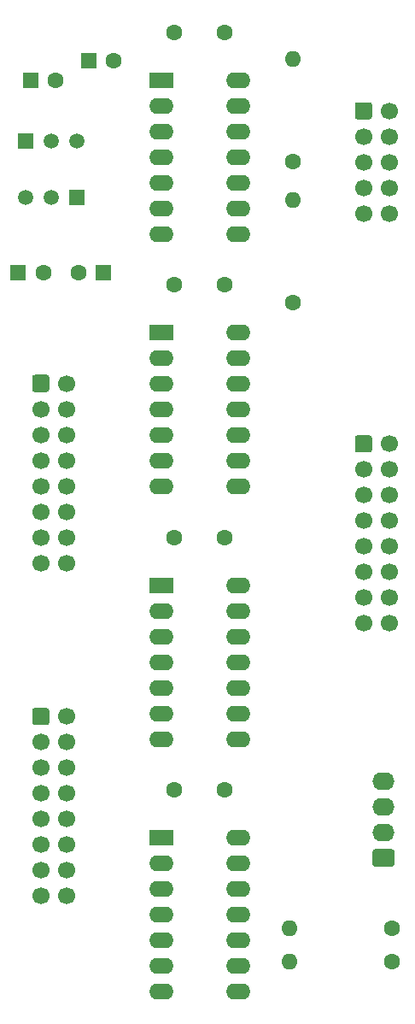
<source format=gbr>
%TF.GenerationSoftware,KiCad,Pcbnew,5.1.10-88a1d61d58~88~ubuntu20.10.1*%
%TF.CreationDate,2021-06-30T17:02:04+02:00*%
%TF.ProjectId,multiplexer-8,6d756c74-6970-46c6-9578-65722d382e6b,v1.0.0*%
%TF.SameCoordinates,Original*%
%TF.FileFunction,Soldermask,Bot*%
%TF.FilePolarity,Negative*%
%FSLAX46Y46*%
G04 Gerber Fmt 4.6, Leading zero omitted, Abs format (unit mm)*
G04 Created by KiCad (PCBNEW 5.1.10-88a1d61d58~88~ubuntu20.10.1) date 2021-06-30 17:02:04*
%MOMM*%
%LPD*%
G01*
G04 APERTURE LIST*
%ADD10R,1.500000X1.500000*%
%ADD11C,1.500000*%
%ADD12O,2.190000X1.740000*%
%ADD13O,1.600000X1.600000*%
%ADD14C,1.600000*%
%ADD15C,1.700000*%
%ADD16R,1.600000X1.600000*%
%ADD17O,2.400000X1.600000*%
%ADD18R,2.400000X1.600000*%
G04 APERTURE END LIST*
D10*
%TO.C,U3*%
X65500000Y-51000000D03*
D11*
X70580000Y-51000000D03*
X68040000Y-51000000D03*
%TD*%
D10*
%TO.C,U2*%
X70625048Y-56549880D03*
D11*
X65545048Y-56549880D03*
X68085048Y-56549880D03*
%TD*%
D12*
%TO.C,J3*%
X101000000Y-114380000D03*
X101000000Y-116920000D03*
X101000000Y-119460000D03*
G36*
G01*
X101845001Y-122870000D02*
X100154999Y-122870000D01*
G75*
G02*
X99905000Y-122620001I0J249999D01*
G01*
X99905000Y-121379999D01*
G75*
G02*
X100154999Y-121130000I249999J0D01*
G01*
X101845001Y-121130000D01*
G75*
G02*
X102095000Y-121379999I0J-249999D01*
G01*
X102095000Y-122620001D01*
G75*
G02*
X101845001Y-122870000I-249999J0D01*
G01*
G37*
%TD*%
D13*
%TO.C,FB2*%
X92000000Y-42840000D03*
D14*
X92000000Y-53000000D03*
%TD*%
D13*
%TO.C,FB1*%
X92000000Y-56840000D03*
D14*
X92000000Y-67000000D03*
%TD*%
D15*
%TO.C,J5*%
X101540000Y-58160000D03*
X101540000Y-55620000D03*
X101540000Y-53080000D03*
X101540000Y-50540000D03*
X101540000Y-48000000D03*
X99000000Y-58160000D03*
X99000000Y-55620000D03*
X99000000Y-53080000D03*
X99000000Y-50540000D03*
G36*
G01*
X98150000Y-48600000D02*
X98150000Y-47400000D01*
G75*
G02*
X98400000Y-47150000I250000J0D01*
G01*
X99600000Y-47150000D01*
G75*
G02*
X99850000Y-47400000I0J-250000D01*
G01*
X99850000Y-48600000D01*
G75*
G02*
X99600000Y-48850000I-250000J0D01*
G01*
X98400000Y-48850000D01*
G75*
G02*
X98150000Y-48600000I0J250000D01*
G01*
G37*
%TD*%
D14*
%TO.C,C5*%
X74250000Y-43000000D03*
D16*
X71750000Y-43000000D03*
%TD*%
D14*
%TO.C,C4*%
X70750000Y-64000000D03*
D16*
X73250000Y-64000000D03*
%TD*%
D14*
%TO.C,C3*%
X68500000Y-45000000D03*
D16*
X66000000Y-45000000D03*
%TD*%
D14*
%TO.C,C2*%
X67250000Y-64000000D03*
D16*
X64750000Y-64000000D03*
%TD*%
D17*
%TO.C,U6*%
X86620000Y-120000000D03*
X79000000Y-135240000D03*
X86620000Y-122540000D03*
X79000000Y-132700000D03*
X86620000Y-125080000D03*
X79000000Y-130160000D03*
X86620000Y-127620000D03*
X79000000Y-127620000D03*
X86620000Y-130160000D03*
X79000000Y-125080000D03*
X86620000Y-132700000D03*
X79000000Y-122540000D03*
X86620000Y-135240000D03*
D18*
X79000000Y-120000000D03*
%TD*%
D17*
%TO.C,U5*%
X86620000Y-95000000D03*
X79000000Y-110240000D03*
X86620000Y-97540000D03*
X79000000Y-107700000D03*
X86620000Y-100080000D03*
X79000000Y-105160000D03*
X86620000Y-102620000D03*
X79000000Y-102620000D03*
X86620000Y-105160000D03*
X79000000Y-100080000D03*
X86620000Y-107700000D03*
X79000000Y-97540000D03*
X86620000Y-110240000D03*
D18*
X79000000Y-95000000D03*
%TD*%
D17*
%TO.C,U4*%
X86620000Y-70000000D03*
X79000000Y-85240000D03*
X86620000Y-72540000D03*
X79000000Y-82700000D03*
X86620000Y-75080000D03*
X79000000Y-80160000D03*
X86620000Y-77620000D03*
X79000000Y-77620000D03*
X86620000Y-80160000D03*
X79000000Y-75080000D03*
X86620000Y-82700000D03*
X79000000Y-72540000D03*
X86620000Y-85240000D03*
D18*
X79000000Y-70000000D03*
%TD*%
D13*
%TO.C,R2*%
X91700000Y-132250000D03*
D14*
X101860000Y-132250000D03*
%TD*%
D13*
%TO.C,R1*%
X91700000Y-129000000D03*
D14*
X101860000Y-129000000D03*
%TD*%
D15*
%TO.C,J4*%
X101540000Y-98780000D03*
X101540000Y-96240000D03*
X101540000Y-93700000D03*
X101540000Y-91160000D03*
X101540000Y-88620000D03*
X101540000Y-86080000D03*
X101540000Y-83540000D03*
X101540000Y-81000000D03*
X99000000Y-98780000D03*
X99000000Y-96240000D03*
X99000000Y-93700000D03*
X99000000Y-91160000D03*
X99000000Y-88620000D03*
X99000000Y-86080000D03*
X99000000Y-83540000D03*
G36*
G01*
X98150000Y-81600000D02*
X98150000Y-80400000D01*
G75*
G02*
X98400000Y-80150000I250000J0D01*
G01*
X99600000Y-80150000D01*
G75*
G02*
X99850000Y-80400000I0J-250000D01*
G01*
X99850000Y-81600000D01*
G75*
G02*
X99600000Y-81850000I-250000J0D01*
G01*
X98400000Y-81850000D01*
G75*
G02*
X98150000Y-81600000I0J250000D01*
G01*
G37*
%TD*%
%TO.C,J2*%
X69540000Y-125780000D03*
X69540000Y-123240000D03*
X69540000Y-120700000D03*
X69540000Y-118160000D03*
X69540000Y-115620000D03*
X69540000Y-113080000D03*
X69540000Y-110540000D03*
X69540000Y-108000000D03*
X67000000Y-125780000D03*
X67000000Y-123240000D03*
X67000000Y-120700000D03*
X67000000Y-118160000D03*
X67000000Y-115620000D03*
X67000000Y-113080000D03*
X67000000Y-110540000D03*
G36*
G01*
X66150000Y-108600000D02*
X66150000Y-107400000D01*
G75*
G02*
X66400000Y-107150000I250000J0D01*
G01*
X67600000Y-107150000D01*
G75*
G02*
X67850000Y-107400000I0J-250000D01*
G01*
X67850000Y-108600000D01*
G75*
G02*
X67600000Y-108850000I-250000J0D01*
G01*
X66400000Y-108850000D01*
G75*
G02*
X66150000Y-108600000I0J250000D01*
G01*
G37*
%TD*%
%TO.C,J1*%
X69540000Y-92780000D03*
X69540000Y-90240000D03*
X69540000Y-87700000D03*
X69540000Y-85160000D03*
X69540000Y-82620000D03*
X69540000Y-80080000D03*
X69540000Y-77540000D03*
X69540000Y-75000000D03*
X67000000Y-92780000D03*
X67000000Y-90240000D03*
X67000000Y-87700000D03*
X67000000Y-85160000D03*
X67000000Y-82620000D03*
X67000000Y-80080000D03*
X67000000Y-77540000D03*
G36*
G01*
X66150000Y-75600000D02*
X66150000Y-74400000D01*
G75*
G02*
X66400000Y-74150000I250000J0D01*
G01*
X67600000Y-74150000D01*
G75*
G02*
X67850000Y-74400000I0J-250000D01*
G01*
X67850000Y-75600000D01*
G75*
G02*
X67600000Y-75850000I-250000J0D01*
G01*
X66400000Y-75850000D01*
G75*
G02*
X66150000Y-75600000I0J250000D01*
G01*
G37*
%TD*%
D14*
%TO.C,C8*%
X80250000Y-90250000D03*
X85250000Y-90250000D03*
%TD*%
%TO.C,C7*%
X80250000Y-115250000D03*
X85250000Y-115250000D03*
%TD*%
%TO.C,C6*%
X80250000Y-65250000D03*
X85250000Y-65250000D03*
%TD*%
D17*
%TO.C,U1*%
X86620000Y-45000000D03*
X79000000Y-60240000D03*
X86620000Y-47540000D03*
X79000000Y-57700000D03*
X86620000Y-50080000D03*
X79000000Y-55160000D03*
X86620000Y-52620000D03*
X79000000Y-52620000D03*
X86620000Y-55160000D03*
X79000000Y-50080000D03*
X86620000Y-57700000D03*
X79000000Y-47540000D03*
X86620000Y-60240000D03*
D18*
X79000000Y-45000000D03*
%TD*%
D14*
%TO.C,C1*%
X80250000Y-40250000D03*
X85250000Y-40250000D03*
%TD*%
M02*

</source>
